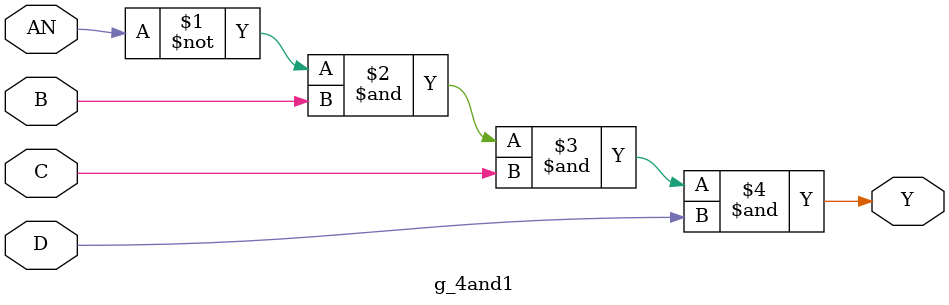
<source format=v>
module g_4and1 (Y, AN, B, C, D);

   input AN, B, C, D;
   output Y;

   and (Y, ~AN, B, C, D);

endmodule // g_4and1

</source>
